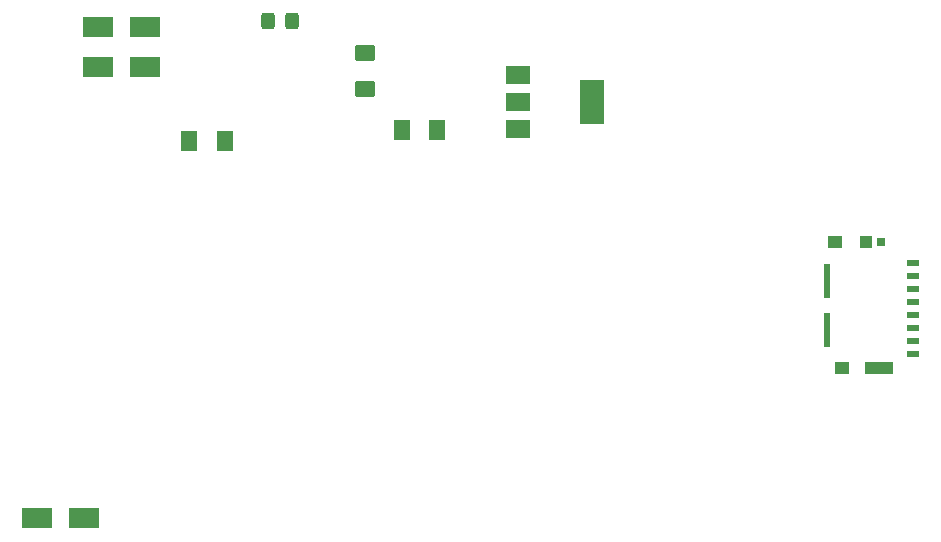
<source format=gbr>
%TF.GenerationSoftware,KiCad,Pcbnew,6.0.5-a6ca702e91~116~ubuntu21.10.1*%
%TF.CreationDate,2022-08-24T05:16:12-06:00*%
%TF.ProjectId,PowerBook_F4Lite_THTV1_2,506f7765-7242-46f6-9f6b-5f46344c6974,rev?*%
%TF.SameCoordinates,Original*%
%TF.FileFunction,Paste,Top*%
%TF.FilePolarity,Positive*%
%FSLAX46Y46*%
G04 Gerber Fmt 4.6, Leading zero omitted, Abs format (unit mm)*
G04 Created by KiCad (PCBNEW 6.0.5-a6ca702e91~116~ubuntu21.10.1) date 2022-08-24 05:16:12*
%MOMM*%
%LPD*%
G01*
G04 APERTURE LIST*
G04 Aperture macros list*
%AMRoundRect*
0 Rectangle with rounded corners*
0 $1 Rounding radius*
0 $2 $3 $4 $5 $6 $7 $8 $9 X,Y pos of 4 corners*
0 Add a 4 corners polygon primitive as box body*
4,1,4,$2,$3,$4,$5,$6,$7,$8,$9,$2,$3,0*
0 Add four circle primitives for the rounded corners*
1,1,$1+$1,$2,$3*
1,1,$1+$1,$4,$5*
1,1,$1+$1,$6,$7*
1,1,$1+$1,$8,$9*
0 Add four rect primitives between the rounded corners*
20,1,$1+$1,$2,$3,$4,$5,0*
20,1,$1+$1,$4,$5,$6,$7,0*
20,1,$1+$1,$6,$7,$8,$9,0*
20,1,$1+$1,$8,$9,$2,$3,0*%
G04 Aperture macros list end*
%ADD10R,2.500000X1.800000*%
%ADD11R,0.550000X2.910000*%
%ADD12R,1.000000X0.500000*%
%ADD13R,0.780000X0.720000*%
%ADD14R,1.200000X1.050000*%
%ADD15R,2.390000X1.050000*%
%ADD16R,1.080000X1.050000*%
%ADD17RoundRect,0.250001X0.462499X0.624999X-0.462499X0.624999X-0.462499X-0.624999X0.462499X-0.624999X0*%
%ADD18RoundRect,0.250001X0.624999X-0.462499X0.624999X0.462499X-0.624999X0.462499X-0.624999X-0.462499X0*%
%ADD19RoundRect,0.250001X-0.462499X-0.624999X0.462499X-0.624999X0.462499X0.624999X-0.462499X0.624999X0*%
%ADD20RoundRect,0.250000X-0.325000X-0.450000X0.325000X-0.450000X0.325000X0.450000X-0.325000X0.450000X0*%
%ADD21R,2.000000X1.500000*%
%ADD22R,2.000000X3.800000*%
G04 APERTURE END LIST*
D10*
%TO.C,D5*%
X71507600Y-104394000D03*
X75507600Y-104394000D03*
%TD*%
%TO.C,D4*%
X80638400Y-62788800D03*
X76638400Y-62788800D03*
%TD*%
%TO.C,D6*%
X80619600Y-66141600D03*
X76619600Y-66141600D03*
%TD*%
D11*
%TO.C,SD1*%
X138390000Y-84260000D03*
X138390000Y-88450000D03*
D12*
X145625000Y-82755000D03*
X145625000Y-83855000D03*
X145625000Y-84955000D03*
X145625000Y-86055000D03*
X145625000Y-87155000D03*
X145625000Y-88255000D03*
X145625000Y-89355000D03*
X145625000Y-90455000D03*
D13*
X142945000Y-80995000D03*
D14*
X139635000Y-91630000D03*
D15*
X142820000Y-91630000D03*
D14*
X139065000Y-80985000D03*
D16*
X141675000Y-80995000D03*
%TD*%
D17*
%TO.C,C1*%
X105340054Y-71538633D03*
X102365054Y-71538633D03*
%TD*%
D18*
%TO.C,C2*%
X99233895Y-67997873D03*
X99233895Y-65022873D03*
%TD*%
D19*
%TO.C,C3*%
X84400060Y-72450960D03*
X87375060Y-72450960D03*
%TD*%
D20*
%TO.C,F2*%
X91066400Y-62280800D03*
X93116400Y-62280800D03*
%TD*%
D21*
%TO.C,U4*%
X112216800Y-66838800D03*
D22*
X118516800Y-69138800D03*
D21*
X112216800Y-69138800D03*
X112216800Y-71438800D03*
%TD*%
M02*

</source>
